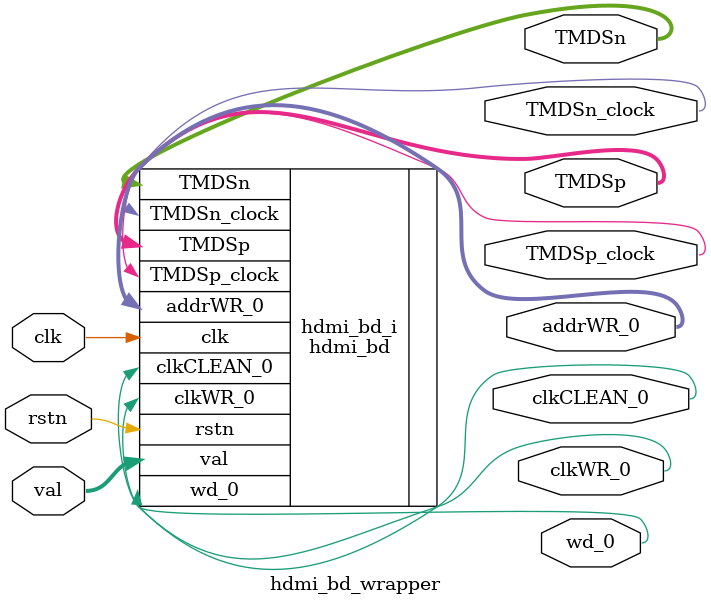
<source format=v>
`timescale 1 ps / 1 ps

module hdmi_bd_wrapper
   (TMDSn,
    TMDSn_clock,
    TMDSp,
    TMDSp_clock,
    addrWR_0,
    clk,
    clkCLEAN_0,
    clkWR_0,
    rstn,
    val,
    wd_0);
  output [2:0]TMDSn;
  output TMDSn_clock;
  output [2:0]TMDSp;
  output TMDSp_clock;
  output [18:0]addrWR_0;
  input clk;
  output clkCLEAN_0;
  output clkWR_0;
  input rstn;
  input [15:0]val;
  output wd_0;

  wire [2:0]TMDSn;
  wire TMDSn_clock;
  wire [2:0]TMDSp;
  wire TMDSp_clock;
  wire [18:0]addrWR_0;
  wire clk;
  wire clkCLEAN_0;
  wire clkWR_0;
  wire rstn;
  wire [15:0]val;
  wire wd_0;

  hdmi_bd hdmi_bd_i
       (.TMDSn(TMDSn),
        .TMDSn_clock(TMDSn_clock),
        .TMDSp(TMDSp),
        .TMDSp_clock(TMDSp_clock),
        .addrWR_0(addrWR_0),
        .clk(clk),
        .clkCLEAN_0(clkCLEAN_0),
        .clkWR_0(clkWR_0),
        .rstn(rstn),
        .val(val),
        .wd_0(wd_0));
endmodule

</source>
